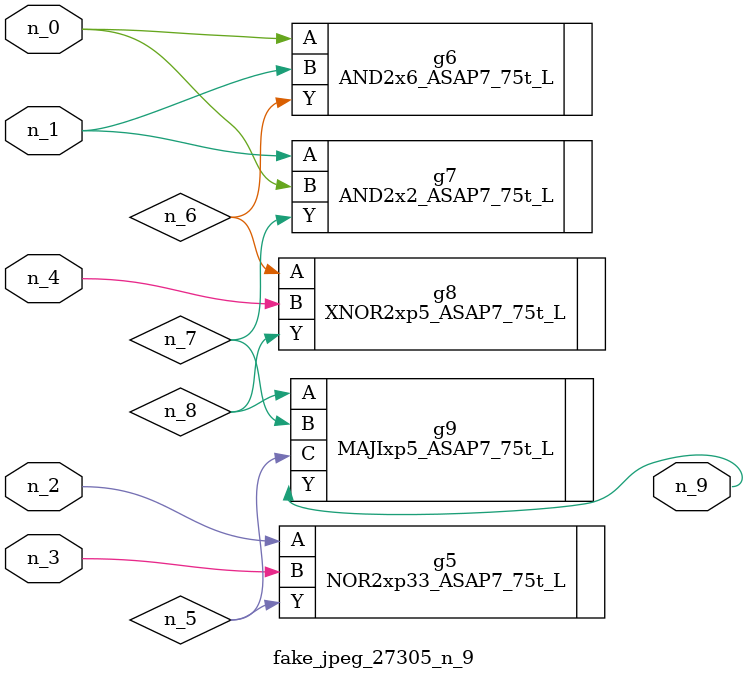
<source format=v>
module fake_jpeg_27305_n_9 (n_3, n_2, n_1, n_0, n_4, n_9);

input n_3;
input n_2;
input n_1;
input n_0;
input n_4;

output n_9;

wire n_8;
wire n_6;
wire n_5;
wire n_7;

NOR2xp33_ASAP7_75t_L g5 ( 
.A(n_2),
.B(n_3),
.Y(n_5)
);

AND2x6_ASAP7_75t_L g6 ( 
.A(n_0),
.B(n_1),
.Y(n_6)
);

AND2x2_ASAP7_75t_L g7 ( 
.A(n_1),
.B(n_0),
.Y(n_7)
);

XNOR2xp5_ASAP7_75t_L g8 ( 
.A(n_6),
.B(n_4),
.Y(n_8)
);

MAJIxp5_ASAP7_75t_L g9 ( 
.A(n_8),
.B(n_7),
.C(n_5),
.Y(n_9)
);


endmodule
</source>
